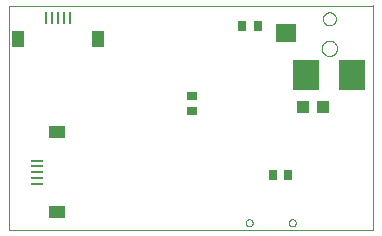
<source format=gbp>
G75*
%MOIN*%
%OFA0B0*%
%FSLAX25Y25*%
%IPPOS*%
%LPD*%
%AMOC8*
5,1,8,0,0,1.08239X$1,22.5*
%
%ADD10C,0.00000*%
%ADD11R,0.04331X0.03937*%
%ADD12R,0.02756X0.03543*%
%ADD13R,0.03543X0.02756*%
%ADD14R,0.03937X0.00984*%
%ADD15R,0.05276X0.03937*%
%ADD16R,0.00984X0.03937*%
%ADD17R,0.03937X0.05276*%
%ADD18R,0.08661X0.09843*%
%ADD19R,0.06693X0.06299*%
D10*
X0030649Y0017263D02*
X0030649Y0092177D01*
X0152011Y0092177D01*
X0152011Y0092208D01*
X0152011Y0092177D02*
X0152011Y0017263D01*
X0152011Y0017247D01*
X0152011Y0017263D02*
X0030649Y0017263D01*
X0109471Y0019767D02*
X0109473Y0019836D01*
X0109479Y0019904D01*
X0109489Y0019972D01*
X0109503Y0020039D01*
X0109521Y0020106D01*
X0109542Y0020171D01*
X0109568Y0020235D01*
X0109597Y0020297D01*
X0109629Y0020357D01*
X0109665Y0020416D01*
X0109705Y0020472D01*
X0109747Y0020526D01*
X0109793Y0020577D01*
X0109842Y0020626D01*
X0109893Y0020672D01*
X0109947Y0020714D01*
X0110003Y0020754D01*
X0110061Y0020790D01*
X0110122Y0020822D01*
X0110184Y0020851D01*
X0110248Y0020877D01*
X0110313Y0020898D01*
X0110380Y0020916D01*
X0110447Y0020930D01*
X0110515Y0020940D01*
X0110583Y0020946D01*
X0110652Y0020948D01*
X0110721Y0020946D01*
X0110789Y0020940D01*
X0110857Y0020930D01*
X0110924Y0020916D01*
X0110991Y0020898D01*
X0111056Y0020877D01*
X0111120Y0020851D01*
X0111182Y0020822D01*
X0111242Y0020790D01*
X0111301Y0020754D01*
X0111357Y0020714D01*
X0111411Y0020672D01*
X0111462Y0020626D01*
X0111511Y0020577D01*
X0111557Y0020526D01*
X0111599Y0020472D01*
X0111639Y0020416D01*
X0111675Y0020357D01*
X0111707Y0020297D01*
X0111736Y0020235D01*
X0111762Y0020171D01*
X0111783Y0020106D01*
X0111801Y0020039D01*
X0111815Y0019972D01*
X0111825Y0019904D01*
X0111831Y0019836D01*
X0111833Y0019767D01*
X0111831Y0019698D01*
X0111825Y0019630D01*
X0111815Y0019562D01*
X0111801Y0019495D01*
X0111783Y0019428D01*
X0111762Y0019363D01*
X0111736Y0019299D01*
X0111707Y0019237D01*
X0111675Y0019176D01*
X0111639Y0019118D01*
X0111599Y0019062D01*
X0111557Y0019008D01*
X0111511Y0018957D01*
X0111462Y0018908D01*
X0111411Y0018862D01*
X0111357Y0018820D01*
X0111301Y0018780D01*
X0111243Y0018744D01*
X0111182Y0018712D01*
X0111120Y0018683D01*
X0111056Y0018657D01*
X0110991Y0018636D01*
X0110924Y0018618D01*
X0110857Y0018604D01*
X0110789Y0018594D01*
X0110721Y0018588D01*
X0110652Y0018586D01*
X0110583Y0018588D01*
X0110515Y0018594D01*
X0110447Y0018604D01*
X0110380Y0018618D01*
X0110313Y0018636D01*
X0110248Y0018657D01*
X0110184Y0018683D01*
X0110122Y0018712D01*
X0110061Y0018744D01*
X0110003Y0018780D01*
X0109947Y0018820D01*
X0109893Y0018862D01*
X0109842Y0018908D01*
X0109793Y0018957D01*
X0109747Y0019008D01*
X0109705Y0019062D01*
X0109665Y0019118D01*
X0109629Y0019176D01*
X0109597Y0019237D01*
X0109568Y0019299D01*
X0109542Y0019363D01*
X0109521Y0019428D01*
X0109503Y0019495D01*
X0109489Y0019562D01*
X0109479Y0019630D01*
X0109473Y0019698D01*
X0109471Y0019767D01*
X0123842Y0019767D02*
X0123844Y0019836D01*
X0123850Y0019904D01*
X0123860Y0019972D01*
X0123874Y0020039D01*
X0123892Y0020106D01*
X0123913Y0020171D01*
X0123939Y0020235D01*
X0123968Y0020297D01*
X0124000Y0020357D01*
X0124036Y0020416D01*
X0124076Y0020472D01*
X0124118Y0020526D01*
X0124164Y0020577D01*
X0124213Y0020626D01*
X0124264Y0020672D01*
X0124318Y0020714D01*
X0124374Y0020754D01*
X0124432Y0020790D01*
X0124493Y0020822D01*
X0124555Y0020851D01*
X0124619Y0020877D01*
X0124684Y0020898D01*
X0124751Y0020916D01*
X0124818Y0020930D01*
X0124886Y0020940D01*
X0124954Y0020946D01*
X0125023Y0020948D01*
X0125092Y0020946D01*
X0125160Y0020940D01*
X0125228Y0020930D01*
X0125295Y0020916D01*
X0125362Y0020898D01*
X0125427Y0020877D01*
X0125491Y0020851D01*
X0125553Y0020822D01*
X0125613Y0020790D01*
X0125672Y0020754D01*
X0125728Y0020714D01*
X0125782Y0020672D01*
X0125833Y0020626D01*
X0125882Y0020577D01*
X0125928Y0020526D01*
X0125970Y0020472D01*
X0126010Y0020416D01*
X0126046Y0020357D01*
X0126078Y0020297D01*
X0126107Y0020235D01*
X0126133Y0020171D01*
X0126154Y0020106D01*
X0126172Y0020039D01*
X0126186Y0019972D01*
X0126196Y0019904D01*
X0126202Y0019836D01*
X0126204Y0019767D01*
X0126202Y0019698D01*
X0126196Y0019630D01*
X0126186Y0019562D01*
X0126172Y0019495D01*
X0126154Y0019428D01*
X0126133Y0019363D01*
X0126107Y0019299D01*
X0126078Y0019237D01*
X0126046Y0019176D01*
X0126010Y0019118D01*
X0125970Y0019062D01*
X0125928Y0019008D01*
X0125882Y0018957D01*
X0125833Y0018908D01*
X0125782Y0018862D01*
X0125728Y0018820D01*
X0125672Y0018780D01*
X0125614Y0018744D01*
X0125553Y0018712D01*
X0125491Y0018683D01*
X0125427Y0018657D01*
X0125362Y0018636D01*
X0125295Y0018618D01*
X0125228Y0018604D01*
X0125160Y0018594D01*
X0125092Y0018588D01*
X0125023Y0018586D01*
X0124954Y0018588D01*
X0124886Y0018594D01*
X0124818Y0018604D01*
X0124751Y0018618D01*
X0124684Y0018636D01*
X0124619Y0018657D01*
X0124555Y0018683D01*
X0124493Y0018712D01*
X0124432Y0018744D01*
X0124374Y0018780D01*
X0124318Y0018820D01*
X0124264Y0018862D01*
X0124213Y0018908D01*
X0124164Y0018957D01*
X0124118Y0019008D01*
X0124076Y0019062D01*
X0124036Y0019118D01*
X0124000Y0019176D01*
X0123968Y0019237D01*
X0123939Y0019299D01*
X0123913Y0019363D01*
X0123892Y0019428D01*
X0123874Y0019495D01*
X0123860Y0019562D01*
X0123850Y0019630D01*
X0123844Y0019698D01*
X0123842Y0019767D01*
X0134874Y0077905D02*
X0134876Y0078006D01*
X0134882Y0078107D01*
X0134892Y0078208D01*
X0134906Y0078308D01*
X0134924Y0078407D01*
X0134946Y0078506D01*
X0134971Y0078604D01*
X0135001Y0078701D01*
X0135034Y0078796D01*
X0135071Y0078890D01*
X0135112Y0078983D01*
X0135156Y0079074D01*
X0135204Y0079163D01*
X0135256Y0079250D01*
X0135311Y0079335D01*
X0135369Y0079417D01*
X0135430Y0079498D01*
X0135495Y0079576D01*
X0135562Y0079651D01*
X0135632Y0079723D01*
X0135706Y0079793D01*
X0135782Y0079860D01*
X0135860Y0079924D01*
X0135941Y0079984D01*
X0136024Y0080041D01*
X0136110Y0080095D01*
X0136198Y0080146D01*
X0136287Y0080193D01*
X0136378Y0080237D01*
X0136471Y0080276D01*
X0136566Y0080313D01*
X0136661Y0080345D01*
X0136758Y0080374D01*
X0136857Y0080398D01*
X0136955Y0080419D01*
X0137055Y0080436D01*
X0137155Y0080449D01*
X0137256Y0080458D01*
X0137357Y0080463D01*
X0137458Y0080464D01*
X0137559Y0080461D01*
X0137660Y0080454D01*
X0137761Y0080443D01*
X0137861Y0080428D01*
X0137960Y0080409D01*
X0138059Y0080386D01*
X0138156Y0080360D01*
X0138253Y0080329D01*
X0138348Y0080295D01*
X0138441Y0080257D01*
X0138534Y0080215D01*
X0138624Y0080170D01*
X0138713Y0080121D01*
X0138799Y0080069D01*
X0138883Y0080013D01*
X0138966Y0079954D01*
X0139045Y0079892D01*
X0139123Y0079827D01*
X0139197Y0079759D01*
X0139269Y0079687D01*
X0139338Y0079614D01*
X0139404Y0079537D01*
X0139467Y0079458D01*
X0139527Y0079376D01*
X0139583Y0079292D01*
X0139636Y0079206D01*
X0139686Y0079118D01*
X0139732Y0079028D01*
X0139775Y0078937D01*
X0139814Y0078843D01*
X0139849Y0078748D01*
X0139880Y0078652D01*
X0139908Y0078555D01*
X0139932Y0078457D01*
X0139952Y0078358D01*
X0139968Y0078258D01*
X0139980Y0078157D01*
X0139988Y0078057D01*
X0139992Y0077956D01*
X0139992Y0077854D01*
X0139988Y0077753D01*
X0139980Y0077653D01*
X0139968Y0077552D01*
X0139952Y0077452D01*
X0139932Y0077353D01*
X0139908Y0077255D01*
X0139880Y0077158D01*
X0139849Y0077062D01*
X0139814Y0076967D01*
X0139775Y0076873D01*
X0139732Y0076782D01*
X0139686Y0076692D01*
X0139636Y0076604D01*
X0139583Y0076518D01*
X0139527Y0076434D01*
X0139467Y0076352D01*
X0139404Y0076273D01*
X0139338Y0076196D01*
X0139269Y0076123D01*
X0139197Y0076051D01*
X0139123Y0075983D01*
X0139045Y0075918D01*
X0138966Y0075856D01*
X0138883Y0075797D01*
X0138799Y0075741D01*
X0138712Y0075689D01*
X0138624Y0075640D01*
X0138534Y0075595D01*
X0138441Y0075553D01*
X0138348Y0075515D01*
X0138253Y0075481D01*
X0138156Y0075450D01*
X0138059Y0075424D01*
X0137960Y0075401D01*
X0137861Y0075382D01*
X0137761Y0075367D01*
X0137660Y0075356D01*
X0137559Y0075349D01*
X0137458Y0075346D01*
X0137357Y0075347D01*
X0137256Y0075352D01*
X0137155Y0075361D01*
X0137055Y0075374D01*
X0136955Y0075391D01*
X0136857Y0075412D01*
X0136758Y0075436D01*
X0136661Y0075465D01*
X0136566Y0075497D01*
X0136471Y0075534D01*
X0136378Y0075573D01*
X0136287Y0075617D01*
X0136198Y0075664D01*
X0136110Y0075715D01*
X0136024Y0075769D01*
X0135941Y0075826D01*
X0135860Y0075886D01*
X0135782Y0075950D01*
X0135706Y0076017D01*
X0135632Y0076087D01*
X0135562Y0076159D01*
X0135495Y0076234D01*
X0135430Y0076312D01*
X0135369Y0076393D01*
X0135311Y0076475D01*
X0135256Y0076560D01*
X0135204Y0076647D01*
X0135156Y0076736D01*
X0135112Y0076827D01*
X0135071Y0076920D01*
X0135034Y0077014D01*
X0135001Y0077109D01*
X0134971Y0077206D01*
X0134946Y0077304D01*
X0134924Y0077403D01*
X0134906Y0077502D01*
X0134892Y0077602D01*
X0134882Y0077703D01*
X0134876Y0077804D01*
X0134874Y0077905D01*
X0135268Y0087747D02*
X0135270Y0087840D01*
X0135276Y0087932D01*
X0135286Y0088024D01*
X0135300Y0088115D01*
X0135317Y0088206D01*
X0135339Y0088296D01*
X0135364Y0088385D01*
X0135393Y0088473D01*
X0135426Y0088559D01*
X0135463Y0088644D01*
X0135503Y0088728D01*
X0135547Y0088809D01*
X0135594Y0088889D01*
X0135644Y0088967D01*
X0135698Y0089042D01*
X0135755Y0089115D01*
X0135815Y0089185D01*
X0135878Y0089253D01*
X0135944Y0089318D01*
X0136012Y0089380D01*
X0136083Y0089440D01*
X0136157Y0089496D01*
X0136233Y0089549D01*
X0136311Y0089598D01*
X0136391Y0089645D01*
X0136473Y0089687D01*
X0136557Y0089727D01*
X0136642Y0089762D01*
X0136729Y0089794D01*
X0136817Y0089823D01*
X0136906Y0089847D01*
X0136996Y0089868D01*
X0137087Y0089884D01*
X0137179Y0089897D01*
X0137271Y0089906D01*
X0137364Y0089911D01*
X0137456Y0089912D01*
X0137549Y0089909D01*
X0137641Y0089902D01*
X0137733Y0089891D01*
X0137824Y0089876D01*
X0137915Y0089858D01*
X0138005Y0089835D01*
X0138093Y0089809D01*
X0138181Y0089779D01*
X0138267Y0089745D01*
X0138351Y0089708D01*
X0138434Y0089666D01*
X0138515Y0089622D01*
X0138595Y0089574D01*
X0138672Y0089523D01*
X0138746Y0089468D01*
X0138819Y0089410D01*
X0138889Y0089350D01*
X0138956Y0089286D01*
X0139020Y0089220D01*
X0139082Y0089150D01*
X0139140Y0089079D01*
X0139195Y0089005D01*
X0139247Y0088928D01*
X0139296Y0088849D01*
X0139342Y0088769D01*
X0139384Y0088686D01*
X0139422Y0088602D01*
X0139457Y0088516D01*
X0139488Y0088429D01*
X0139515Y0088341D01*
X0139538Y0088251D01*
X0139558Y0088161D01*
X0139574Y0088070D01*
X0139586Y0087978D01*
X0139594Y0087886D01*
X0139598Y0087793D01*
X0139598Y0087701D01*
X0139594Y0087608D01*
X0139586Y0087516D01*
X0139574Y0087424D01*
X0139558Y0087333D01*
X0139538Y0087243D01*
X0139515Y0087153D01*
X0139488Y0087065D01*
X0139457Y0086978D01*
X0139422Y0086892D01*
X0139384Y0086808D01*
X0139342Y0086725D01*
X0139296Y0086645D01*
X0139247Y0086566D01*
X0139195Y0086489D01*
X0139140Y0086415D01*
X0139082Y0086344D01*
X0139020Y0086274D01*
X0138956Y0086208D01*
X0138889Y0086144D01*
X0138819Y0086084D01*
X0138746Y0086026D01*
X0138672Y0085971D01*
X0138595Y0085920D01*
X0138516Y0085872D01*
X0138434Y0085828D01*
X0138351Y0085786D01*
X0138267Y0085749D01*
X0138181Y0085715D01*
X0138093Y0085685D01*
X0138005Y0085659D01*
X0137915Y0085636D01*
X0137824Y0085618D01*
X0137733Y0085603D01*
X0137641Y0085592D01*
X0137549Y0085585D01*
X0137456Y0085582D01*
X0137364Y0085583D01*
X0137271Y0085588D01*
X0137179Y0085597D01*
X0137087Y0085610D01*
X0136996Y0085626D01*
X0136906Y0085647D01*
X0136817Y0085671D01*
X0136729Y0085700D01*
X0136642Y0085732D01*
X0136557Y0085767D01*
X0136473Y0085807D01*
X0136391Y0085849D01*
X0136311Y0085896D01*
X0136233Y0085945D01*
X0136157Y0085998D01*
X0136083Y0086054D01*
X0136012Y0086114D01*
X0135944Y0086176D01*
X0135878Y0086241D01*
X0135815Y0086309D01*
X0135755Y0086379D01*
X0135698Y0086452D01*
X0135644Y0086527D01*
X0135594Y0086605D01*
X0135547Y0086685D01*
X0135503Y0086766D01*
X0135463Y0086850D01*
X0135426Y0086935D01*
X0135393Y0087021D01*
X0135364Y0087109D01*
X0135339Y0087198D01*
X0135317Y0087288D01*
X0135300Y0087379D01*
X0135286Y0087470D01*
X0135276Y0087562D01*
X0135270Y0087654D01*
X0135268Y0087747D01*
D11*
X0135219Y0058499D03*
X0128526Y0058499D03*
D12*
X0123582Y0035732D03*
X0118463Y0035732D03*
X0113559Y0085239D03*
X0108441Y0085239D03*
D13*
X0091574Y0062090D03*
X0091574Y0056972D03*
D14*
X0039904Y0040515D03*
X0039904Y0038547D03*
X0039904Y0036578D03*
X0039904Y0034610D03*
X0039904Y0032641D03*
D15*
X0046696Y0023242D03*
X0046696Y0049915D03*
D16*
X0047026Y0087992D03*
X0048995Y0087992D03*
X0050963Y0087992D03*
X0045058Y0087992D03*
X0043089Y0087992D03*
D17*
X0033690Y0081200D03*
X0060363Y0081200D03*
D18*
X0129756Y0069047D03*
X0145110Y0069047D03*
D19*
X0123063Y0083023D03*
M02*

</source>
